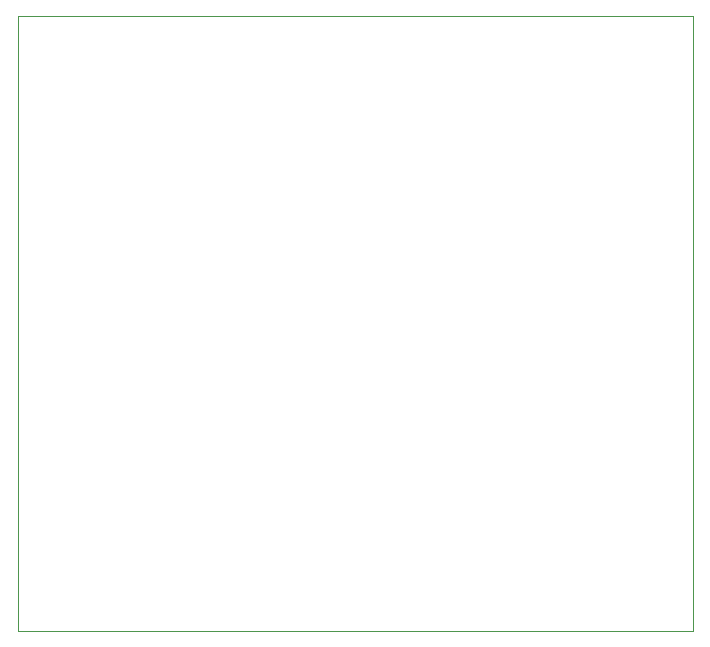
<source format=gbr>
%TF.GenerationSoftware,KiCad,Pcbnew,(6.0.2)*%
%TF.CreationDate,2022-12-20T22:03:32-08:00*%
%TF.ProjectId,split_supply_generator,73706c69-745f-4737-9570-706c795f6765,rev?*%
%TF.SameCoordinates,Original*%
%TF.FileFunction,Profile,NP*%
%FSLAX46Y46*%
G04 Gerber Fmt 4.6, Leading zero omitted, Abs format (unit mm)*
G04 Created by KiCad (PCBNEW (6.0.2)) date 2022-12-20 22:03:32*
%MOMM*%
%LPD*%
G01*
G04 APERTURE LIST*
%TA.AperFunction,Profile*%
%ADD10C,0.100000*%
%TD*%
G04 APERTURE END LIST*
D10*
X90170000Y-107950000D02*
X90170000Y-58420000D01*
X147320000Y-58420000D02*
X147320000Y-110490000D01*
X90170000Y-58420000D02*
X147320000Y-58420000D01*
X147320000Y-110490000D02*
X90170000Y-110490000D01*
X90170000Y-110490000D02*
X90170000Y-107950000D01*
M02*

</source>
